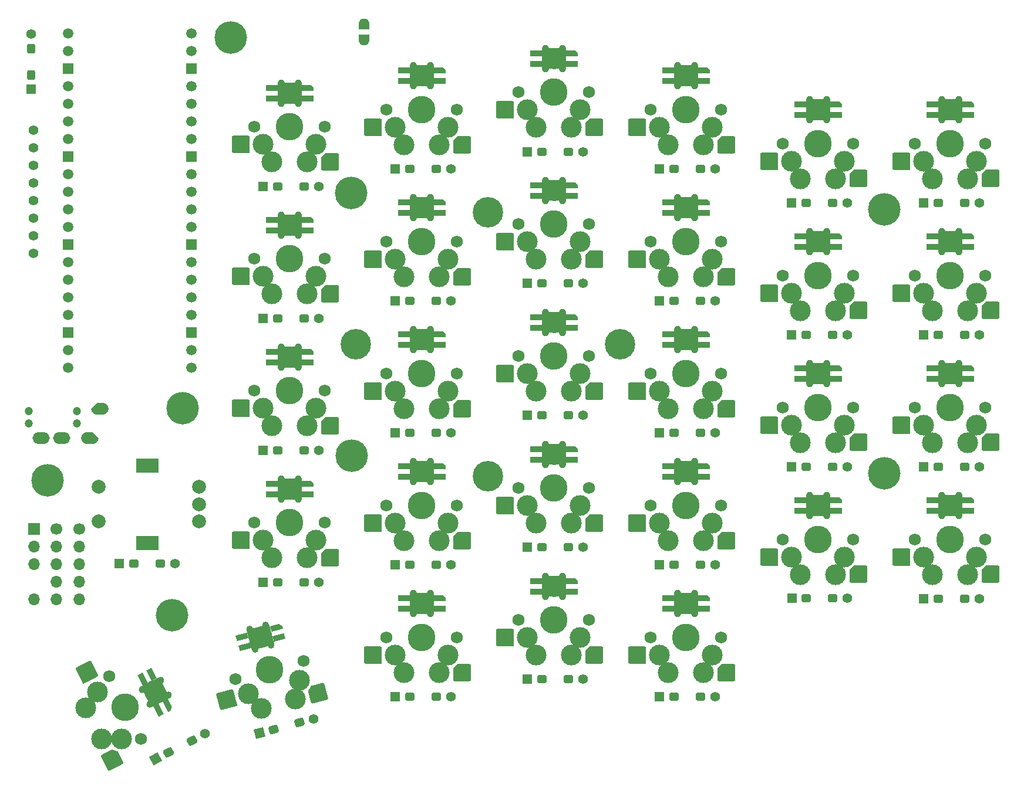
<source format=gts>
G04 #@! TF.GenerationSoftware,KiCad,Pcbnew,7.0.1*
G04 #@! TF.CreationDate,2023-11-14T22:56:58+01:00*
G04 #@! TF.ProjectId,Sofle_Pico,536f666c-655f-4506-9963-6f2e6b696361,rev?*
G04 #@! TF.SameCoordinates,Original*
G04 #@! TF.FileFunction,Soldermask,Top*
G04 #@! TF.FilePolarity,Negative*
%FSLAX46Y46*%
G04 Gerber Fmt 4.6, Leading zero omitted, Abs format (unit mm)*
G04 Created by KiCad (PCBNEW 7.0.1) date 2023-11-14 22:56:58*
%MOMM*%
%LPD*%
G01*
G04 APERTURE LIST*
G04 Aperture macros list*
%AMRoundRect*
0 Rectangle with rounded corners*
0 $1 Rounding radius*
0 $2 $3 $4 $5 $6 $7 $8 $9 X,Y pos of 4 corners*
0 Add a 4 corners polygon primitive as box body*
4,1,4,$2,$3,$4,$5,$6,$7,$8,$9,$2,$3,0*
0 Add four circle primitives for the rounded corners*
1,1,$1+$1,$2,$3*
1,1,$1+$1,$4,$5*
1,1,$1+$1,$6,$7*
1,1,$1+$1,$8,$9*
0 Add four rect primitives between the rounded corners*
20,1,$1+$1,$2,$3,$4,$5,0*
20,1,$1+$1,$4,$5,$6,$7,0*
20,1,$1+$1,$6,$7,$8,$9,0*
20,1,$1+$1,$8,$9,$2,$3,0*%
%AMHorizOval*
0 Thick line with rounded ends*
0 $1 width*
0 $2 $3 position (X,Y) of the first rounded end (center of the circle)*
0 $4 $5 position (X,Y) of the second rounded end (center of the circle)*
0 Add line between two ends*
20,1,$1,$2,$3,$4,$5,0*
0 Add two circle primitives to create the rounded ends*
1,1,$1,$2,$3*
1,1,$1,$4,$5*%
%AMRotRect*
0 Rectangle, with rotation*
0 The origin of the aperture is its center*
0 $1 length*
0 $2 width*
0 $3 Rotation angle, in degrees counterclockwise*
0 Add horizontal line*
21,1,$1,$2,0,0,$3*%
%AMOutline5P*
0 Free polygon, 5 corners , with rotation*
0 The origin of the aperture is its center*
0 number of corners: always 5*
0 $1 to $10 corner X, Y*
0 $11 Rotation angle, in degrees counterclockwise*
0 create outline with 5 corners*
4,1,5,$1,$2,$3,$4,$5,$6,$7,$8,$9,$10,$1,$2,$11*%
%AMOutline6P*
0 Free polygon, 6 corners , with rotation*
0 The origin of the aperture is its center*
0 number of corners: always 6*
0 $1 to $12 corner X, Y*
0 $13 Rotation angle, in degrees counterclockwise*
0 create outline with 6 corners*
4,1,6,$1,$2,$3,$4,$5,$6,$7,$8,$9,$10,$11,$12,$1,$2,$13*%
%AMOutline7P*
0 Free polygon, 7 corners , with rotation*
0 The origin of the aperture is its center*
0 number of corners: always 7*
0 $1 to $14 corner X, Y*
0 $15 Rotation angle, in degrees counterclockwise*
0 create outline with 7 corners*
4,1,7,$1,$2,$3,$4,$5,$6,$7,$8,$9,$10,$11,$12,$13,$14,$1,$2,$15*%
%AMOutline8P*
0 Free polygon, 8 corners , with rotation*
0 The origin of the aperture is its center*
0 number of corners: always 8*
0 $1 to $16 corner X, Y*
0 $17 Rotation angle, in degrees counterclockwise*
0 create outline with 8 corners*
4,1,8,$1,$2,$3,$4,$5,$6,$7,$8,$9,$10,$11,$12,$13,$14,$15,$16,$1,$2,$17*%
%AMFreePoly0*
4,1,28,-0.850000,0.400000,-0.842219,0.514750,-0.797860,0.693119,-0.716195,0.857783,-0.601041,1.001041,-0.457783,1.116195,-0.293119,1.197860,-0.114750,1.242219,0.000000,1.250000,0.850000,0.400000,0.850000,-0.400000,0.842219,-0.514750,0.797860,-0.693119,0.716195,-0.857783,0.601041,-1.001041,0.457783,-1.116195,0.293119,-1.197860,0.114750,-1.242219,0.000000,-1.250000,-0.114750,-1.242219,
-0.293119,-1.197860,-0.457783,-1.116195,-0.601041,-1.001041,-0.716195,-0.857783,-0.797860,-0.693119,-0.842219,-0.514750,-0.850000,-0.400000,-0.850000,0.400000,-0.850000,0.400000,$1*%
%AMFreePoly1*
4,1,28,-0.850000,0.400000,-0.842219,0.514750,-0.797860,0.693119,-0.716195,0.857783,-0.601041,1.001041,-0.457783,1.116195,-0.293119,1.197860,-0.114750,1.242219,0.000000,1.250000,0.114750,1.242219,0.293119,1.197860,0.457783,1.116195,0.601041,1.001041,0.716195,0.857783,0.797860,0.693119,0.842219,0.514750,0.850000,0.400000,0.850000,-0.400000,0.000000,-1.250000,-0.114750,-1.242219,
-0.293119,-1.197860,-0.457783,-1.116195,-0.601041,-1.001041,-0.716195,-0.857783,-0.797860,-0.693119,-0.842219,-0.514750,-0.850000,-0.400000,-0.850000,0.400000,-0.850000,0.400000,$1*%
%AMFreePoly2*
4,1,19,-0.800000,0.000000,-0.784505,0.151663,-0.729731,0.316964,-0.638312,0.465177,-0.515177,0.588312,-0.366964,0.679731,-0.201663,0.734505,-0.050000,0.750000,0.800000,0.750000,0.800000,-0.750000,-0.050000,-0.750000,-0.201663,-0.734505,-0.366964,-0.679731,-0.515177,-0.588312,-0.638312,-0.465177,-0.729731,-0.316964,-0.784505,-0.151663,-0.800000,0.000000,-0.800000,0.000000,-0.800000,0.000000,
$1*%
%AMFreePoly3*
4,1,18,-0.800000,0.750000,0.050000,0.750000,0.201663,0.734505,0.366964,0.679731,0.515177,0.588312,0.638312,0.465177,0.729731,0.316964,0.784505,0.151663,0.800000,0.000000,0.784505,-0.151663,0.729731,-0.316964,0.638312,-0.465177,0.515177,-0.588312,0.366964,-0.679731,0.201663,-0.734505,0.050000,-0.750000,-0.800000,-0.750000,-0.800000,0.750000,-0.800000,0.750000,$1*%
%AMFreePoly4*
4,1,18,-1.275000,0.630000,-0.645000,1.260000,1.023000,1.260000,1.119436,1.240818,1.201191,1.186191,1.255818,1.104436,1.275000,1.008000,1.275000,-1.008000,1.255818,-1.104436,1.201191,-1.186191,1.119436,-1.240818,1.023000,-1.260000,-1.023000,-1.260000,-1.119436,-1.240818,-1.201191,-1.186191,-1.255818,-1.104436,-1.275000,-1.008000,-1.275000,0.630000,-1.275000,0.630000,$1*%
%AMFreePoly5*
4,1,17,-1.275000,1.008000,-1.255818,1.104436,-1.201191,1.186191,-1.119436,1.240818,-1.023000,1.260000,1.023000,1.260000,1.119436,1.240818,1.201191,1.186191,1.255818,1.104436,1.275000,1.008000,1.275000,-1.260000,-1.023000,-1.260000,-1.119436,-1.240818,-1.201191,-1.186191,-1.255818,-1.104436,-1.275000,-1.008000,-1.275000,1.008000,-1.275000,1.008000,$1*%
G04 Aperture macros list end*
%ADD10C,1.200000*%
%ADD11FreePoly0,90.000000*%
%ADD12FreePoly1,90.000000*%
%ADD13O,2.500000X1.700000*%
%ADD14C,1.397000*%
%ADD15C,2.000000*%
%ADD16R,3.200000X2.000000*%
%ADD17C,4.700000*%
%ADD18R,1.700000X1.700000*%
%ADD19O,1.700000X1.700000*%
%ADD20FreePoly2,270.000000*%
%ADD21FreePoly3,270.000000*%
%ADD22C,1.700000*%
%ADD23C,4.400000*%
%ADD24C,1.500000*%
%ADD25R,1.500000X1.500000*%
%ADD26R,1.400000X1.400000*%
%ADD27RoundRect,0.300000X-0.400000X-0.300000X0.400000X-0.300000X0.400000X0.300000X-0.400000X0.300000X0*%
%ADD28C,1.400000*%
%ADD29RotRect,1.400000X1.400000X27.000000*%
%ADD30RoundRect,0.300000X-0.220205X-0.448898X0.492600X-0.085706X0.220205X0.448898X-0.492600X0.085706X0*%
%ADD31C,1.750000*%
%ADD32C,3.000000*%
%ADD33O,1.000000X4.000000*%
%ADD34C,3.987800*%
%ADD35O,3.400000X1.000000*%
%ADD36O,3.400000X3.000000*%
%ADD37R,1.700000X0.820000*%
%ADD38Outline5P,-0.850000X0.410000X0.850000X0.410000X0.850000X-0.410000X-0.440000X-0.410000X-0.850000X0.000000X180.000000*%
%ADD39FreePoly4,0.000000*%
%ADD40FreePoly5,0.000000*%
%ADD41HorizOval,1.000000X-1.336510X-0.680986X1.336510X0.680986X0*%
%ADD42HorizOval,1.000000X-0.544789X1.069208X0.544789X-1.069208X0*%
%ADD43HorizOval,3.000000X-0.090798X0.178201X0.090798X-0.178201X0*%
%ADD44RotRect,1.700000X0.820000X117.000000*%
%ADD45Outline5P,-0.850000X0.410000X0.850000X0.410000X0.850000X-0.410000X-0.440000X-0.410000X-0.850000X0.000000X117.000000*%
%ADD46FreePoly4,297.000000*%
%ADD47FreePoly5,297.000000*%
%ADD48HorizOval,1.000000X-0.388229X1.448889X0.388229X-1.448889X0*%
%ADD49HorizOval,1.000000X-1.159111X-0.310583X1.159111X0.310583X0*%
%ADD50HorizOval,3.000000X-0.193185X-0.051764X0.193185X0.051764X0*%
%ADD51RotRect,1.700000X0.820000X195.000000*%
%ADD52Outline5P,-0.850000X0.410000X0.850000X0.410000X0.850000X-0.410000X-0.440000X-0.410000X-0.850000X0.000000X195.000000*%
%ADD53FreePoly4,15.000000*%
%ADD54FreePoly5,15.000000*%
%ADD55RotRect,1.400000X1.400000X15.000000*%
%ADD56RoundRect,0.300000X-0.308725X-0.393305X0.464016X-0.186250X0.308725X0.393305X-0.464016X0.186250X0*%
%ADD57RoundRect,0.300000X0.300000X-0.400000X0.300000X0.400000X-0.300000X0.400000X-0.300000X-0.400000X0*%
G04 APERTURE END LIST*
D10*
X82890000Y-92820000D03*
X89890000Y-92820000D03*
X82890000Y-91070000D03*
X89890000Y-91070000D03*
D11*
X93190000Y-90720000D03*
D12*
X91690000Y-94920000D03*
D13*
X87690000Y-94920000D03*
X84690000Y-94920000D03*
D14*
X83637500Y-58090000D03*
X83637500Y-68250000D03*
X83637500Y-55550000D03*
X83637500Y-65710000D03*
X83637500Y-53010000D03*
X83637500Y-60630000D03*
X83637500Y-50470000D03*
X83637500Y-63170000D03*
D15*
X107500000Y-107000000D03*
X107500000Y-102000000D03*
X107500000Y-104500000D03*
D16*
X100000000Y-110100000D03*
X100000000Y-98900000D03*
D15*
X93000000Y-102000000D03*
X93000000Y-107000000D03*
D17*
X206290000Y-61910000D03*
X206275000Y-100025000D03*
X129440000Y-59510000D03*
X129530000Y-97460000D03*
D18*
X83670000Y-108080000D03*
D19*
X83670000Y-110620000D03*
X83670000Y-113160000D03*
X83670000Y-118240000D03*
D20*
X131250003Y-35133068D03*
D21*
X131250003Y-37473068D03*
D22*
X90240000Y-108070000D03*
D19*
X90240000Y-110610000D03*
X90240000Y-113150000D03*
X90240000Y-115690000D03*
X90240000Y-118230000D03*
D22*
X86920000Y-108070000D03*
D19*
X86920000Y-110610000D03*
X86920000Y-113150000D03*
X86920000Y-115690000D03*
X86920000Y-118230000D03*
D23*
X130075000Y-81370000D03*
X149125000Y-62320000D03*
X149125000Y-100420000D03*
X168175000Y-81370000D03*
D17*
X103590000Y-120530000D03*
X112010000Y-37117432D03*
X105140000Y-90590000D03*
D24*
X106372500Y-36524865D03*
X106372500Y-39064865D03*
D25*
X106372500Y-41604865D03*
D24*
X106372500Y-44144865D03*
X106372500Y-46684865D03*
X106372500Y-49224865D03*
X106372500Y-51764865D03*
D25*
X106372500Y-54304865D03*
D24*
X106372500Y-56844865D03*
X106372500Y-59384865D03*
X106372500Y-61924865D03*
X106372500Y-64464865D03*
D25*
X106372500Y-67004865D03*
D24*
X106372500Y-69544865D03*
X106372500Y-72084865D03*
X106372500Y-74624865D03*
X106372500Y-77164865D03*
D25*
X106372500Y-79704865D03*
D24*
X106372500Y-82244865D03*
X106372500Y-84784865D03*
X88592500Y-84784865D03*
X88592500Y-82244865D03*
D25*
X88592500Y-79704865D03*
D24*
X88592500Y-77164865D03*
X88592500Y-74624865D03*
X88592500Y-72084865D03*
X88592500Y-69544865D03*
D25*
X88592500Y-67004865D03*
D24*
X88592500Y-64464865D03*
X88592500Y-61924865D03*
X88592500Y-59384865D03*
X88592500Y-56844865D03*
D25*
X88592500Y-54304865D03*
D24*
X88592500Y-51764865D03*
X88592500Y-49224865D03*
X88592500Y-46684865D03*
X88592500Y-44144865D03*
D25*
X88592500Y-41604865D03*
D24*
X88592500Y-39064865D03*
X88592500Y-36524865D03*
D17*
X85649033Y-101000000D03*
D26*
X116730000Y-58575000D03*
D27*
X118830000Y-58575000D03*
X122630000Y-58575000D03*
D28*
X124730000Y-58575000D03*
D26*
X135780000Y-56075000D03*
D27*
X137880000Y-56075000D03*
X141680000Y-56075000D03*
D28*
X143780000Y-56075000D03*
D26*
X154830000Y-53610000D03*
D27*
X156930000Y-53610000D03*
X160730000Y-53610000D03*
D28*
X162830000Y-53610000D03*
D26*
X173880000Y-56075000D03*
D27*
X175980000Y-56075000D03*
X179780000Y-56075000D03*
D28*
X181880000Y-56075000D03*
D26*
X192930000Y-60975000D03*
D27*
X195030000Y-60975000D03*
X198830000Y-60975000D03*
D28*
X200930000Y-60975000D03*
D26*
X211980000Y-60975000D03*
D27*
X214080000Y-60975000D03*
X217880000Y-60975000D03*
D28*
X219980000Y-60975000D03*
D26*
X116730000Y-96675000D03*
D27*
X118830000Y-96675000D03*
X122630000Y-96675000D03*
D28*
X124730000Y-96675000D03*
D26*
X116730000Y-115725000D03*
D27*
X118830000Y-115725000D03*
X122630000Y-115725000D03*
D28*
X124730000Y-115725000D03*
D26*
X96000000Y-113040000D03*
D27*
X98100000Y-113040000D03*
X101900000Y-113040000D03*
D28*
X104000000Y-113040000D03*
D29*
X101193062Y-141278544D03*
D30*
X103064176Y-140325164D03*
X106450000Y-138600000D03*
D28*
X108321114Y-137646620D03*
D31*
X115470000Y-50000000D03*
X115470000Y-50000000D03*
D32*
X116740000Y-52540000D03*
X118010000Y-55080000D03*
D33*
X119359994Y-45130000D03*
D34*
X120550000Y-50000000D03*
X120550000Y-50000000D03*
D35*
X120559994Y-44130000D03*
D36*
X120559994Y-45130000D03*
D35*
X120559994Y-46130000D03*
D33*
X121759994Y-45130000D03*
D32*
X123090000Y-55080000D03*
X124360000Y-52540000D03*
D31*
X125630000Y-50000000D03*
X125630000Y-50000000D03*
D37*
X118009994Y-45880000D03*
X118009994Y-44380000D03*
D38*
X123109994Y-44380000D03*
D37*
X123109994Y-45880000D03*
D39*
X126392000Y-55070000D03*
D40*
X113465000Y-52550000D03*
D31*
X153570000Y-45000000D03*
X153570000Y-45000000D03*
D32*
X154840000Y-47540000D03*
X156110000Y-50080000D03*
D33*
X157459994Y-40130000D03*
D34*
X158650000Y-45000000D03*
X158650000Y-45000000D03*
D35*
X158659994Y-39130000D03*
D36*
X158659994Y-40130000D03*
D35*
X158659994Y-41130000D03*
D33*
X159859994Y-40130000D03*
D32*
X161190000Y-50080000D03*
X162460000Y-47540000D03*
D31*
X163730000Y-45000000D03*
X163730000Y-45000000D03*
D37*
X156109994Y-40880000D03*
X156109994Y-39380000D03*
D38*
X161209994Y-39380000D03*
D37*
X161209994Y-40880000D03*
D39*
X164492000Y-50070000D03*
D40*
X151565000Y-47550000D03*
D31*
X115470000Y-88100000D03*
X115470000Y-88100000D03*
D32*
X116740000Y-90640000D03*
X118010000Y-93180000D03*
D33*
X119359994Y-83230000D03*
D34*
X120550000Y-88100000D03*
X120550000Y-88100000D03*
D35*
X120559994Y-82230000D03*
D36*
X120559994Y-83230000D03*
D35*
X120559994Y-84230000D03*
D33*
X121759994Y-83230000D03*
D32*
X123090000Y-93180000D03*
X124360000Y-90640000D03*
D31*
X125630000Y-88100000D03*
X125630000Y-88100000D03*
D37*
X118009994Y-83980000D03*
X118009994Y-82480000D03*
D38*
X123109994Y-82480000D03*
D37*
X123109994Y-83980000D03*
D39*
X126392000Y-93170000D03*
D40*
X113465000Y-90650000D03*
D31*
X134520000Y-85600000D03*
X134520000Y-85600000D03*
D32*
X135790000Y-88140000D03*
X137060000Y-90680000D03*
D33*
X138409994Y-80730000D03*
D34*
X139600000Y-85600000D03*
X139600000Y-85600000D03*
D35*
X139609994Y-79730000D03*
D36*
X139609994Y-80730000D03*
D35*
X139609994Y-81730000D03*
D33*
X140809994Y-80730000D03*
D32*
X142140000Y-90680000D03*
X143410000Y-88140000D03*
D31*
X144680000Y-85600000D03*
X144680000Y-85600000D03*
D37*
X137059994Y-81480000D03*
X137059994Y-79980000D03*
D38*
X142159994Y-79980000D03*
D37*
X142159994Y-81480000D03*
D39*
X145442000Y-90670000D03*
D40*
X132515000Y-88150000D03*
D31*
X153570000Y-102150000D03*
X153570000Y-102150000D03*
D32*
X154840000Y-104690000D03*
X156110000Y-107230000D03*
D33*
X157459994Y-97280000D03*
D34*
X158650000Y-102150000D03*
X158650000Y-102150000D03*
D35*
X158659994Y-96280000D03*
D36*
X158659994Y-97280000D03*
D35*
X158659994Y-98280000D03*
D33*
X159859994Y-97280000D03*
D32*
X161190000Y-107230000D03*
X162460000Y-104690000D03*
D31*
X163730000Y-102150000D03*
X163730000Y-102150000D03*
D37*
X156109994Y-98030000D03*
X156109994Y-96530000D03*
D38*
X161209994Y-96530000D03*
D37*
X161209994Y-98030000D03*
D39*
X164492000Y-107220000D03*
D40*
X151565000Y-104700000D03*
D31*
X191670000Y-109550000D03*
X191670000Y-109550000D03*
D32*
X192940000Y-112090000D03*
X194210000Y-114630000D03*
D33*
X195559994Y-104680000D03*
D34*
X196750000Y-109550000D03*
X196750000Y-109550000D03*
D35*
X196759994Y-103680000D03*
D36*
X196759994Y-104680000D03*
D35*
X196759994Y-105680000D03*
D33*
X197959994Y-104680000D03*
D32*
X199290000Y-114630000D03*
X200560000Y-112090000D03*
D31*
X201830000Y-109550000D03*
X201830000Y-109550000D03*
D37*
X194209994Y-105430000D03*
X194209994Y-103930000D03*
D38*
X199309994Y-103930000D03*
D37*
X199309994Y-105430000D03*
D39*
X202592000Y-114620000D03*
D40*
X189665000Y-112100000D03*
D31*
X94489474Y-129314496D03*
X94489474Y-129314496D03*
D32*
X92802886Y-131599210D03*
X91116297Y-133883924D03*
D41*
X100594696Y-130569572D03*
D34*
X96795746Y-133840809D03*
X96795746Y-133840809D03*
D42*
X102030491Y-131184789D03*
D43*
X101139485Y-131638780D03*
D42*
X100248478Y-132092770D03*
D41*
X101684274Y-132707988D03*
D32*
X93422569Y-138410237D03*
X96262293Y-138388680D03*
D31*
X99102018Y-138367122D03*
X99102018Y-138367122D03*
D44*
X99313554Y-129707206D03*
X100650064Y-129026220D03*
D45*
X102965416Y-133570354D03*
D44*
X101628906Y-134251339D03*
D46*
X94930555Y-141347801D03*
D47*
X91307157Y-128685704D03*
D31*
X112693097Y-129714801D03*
X112693097Y-129714801D03*
D32*
X114577223Y-131839552D03*
X116461349Y-133964304D03*
D48*
X115190094Y-124003937D03*
D34*
X117600000Y-128400000D03*
X117600000Y-128400000D03*
D49*
X116090386Y-122727429D03*
D50*
X116349205Y-123693355D03*
D49*
X116608024Y-124659280D03*
D48*
X117508316Y-123382772D03*
D32*
X121368252Y-132649503D03*
X121937578Y-129867351D03*
D31*
X122506903Y-127085199D03*
X122506903Y-127085199D03*
D51*
X114080208Y-125077788D03*
X113691980Y-123628899D03*
D52*
X118618201Y-122308922D03*
D51*
X119006430Y-123757810D03*
D53*
X124555151Y-131785223D03*
D54*
X111416404Y-132696844D03*
D31*
X210720000Y-71450000D03*
X210720000Y-71450000D03*
D32*
X211990000Y-73990000D03*
X213260000Y-76530000D03*
D33*
X214609994Y-66580000D03*
D34*
X215800000Y-71450000D03*
X215800000Y-71450000D03*
D35*
X215809994Y-65580000D03*
D36*
X215809994Y-66580000D03*
D35*
X215809994Y-67580000D03*
D33*
X217009994Y-66580000D03*
D32*
X218340000Y-76530000D03*
X219610000Y-73990000D03*
D31*
X220880000Y-71450000D03*
X220880000Y-71450000D03*
D37*
X213259994Y-67330000D03*
X213259994Y-65830000D03*
D38*
X218359994Y-65830000D03*
D37*
X218359994Y-67330000D03*
D39*
X221642000Y-76520000D03*
D40*
X208715000Y-74000000D03*
D31*
X210720000Y-90500000D03*
X210720000Y-90500000D03*
D32*
X211990000Y-93040000D03*
X213260000Y-95580000D03*
D33*
X214609994Y-85630000D03*
D34*
X215800000Y-90500000D03*
X215800000Y-90500000D03*
D35*
X215809994Y-84630000D03*
D36*
X215809994Y-85630000D03*
D35*
X215809994Y-86630000D03*
D33*
X217009994Y-85630000D03*
D32*
X218340000Y-95580000D03*
X219610000Y-93040000D03*
D31*
X220880000Y-90500000D03*
X220880000Y-90500000D03*
D37*
X213259994Y-86380000D03*
X213259994Y-84880000D03*
D38*
X218359994Y-84880000D03*
D37*
X218359994Y-86380000D03*
D39*
X221642000Y-95570000D03*
D40*
X208715000Y-93050000D03*
D31*
X210720000Y-109550000D03*
X210720000Y-109550000D03*
D32*
X211990000Y-112090000D03*
X213260000Y-114630000D03*
D33*
X214609994Y-104680000D03*
D34*
X215800000Y-109550000D03*
X215800000Y-109550000D03*
D35*
X215809994Y-103680000D03*
D36*
X215809994Y-104680000D03*
D35*
X215809994Y-105680000D03*
D33*
X217009994Y-104680000D03*
D32*
X218340000Y-114630000D03*
X219610000Y-112090000D03*
D31*
X220880000Y-109550000D03*
X220880000Y-109550000D03*
D37*
X213259994Y-105430000D03*
X213259994Y-103930000D03*
D38*
X218359994Y-103930000D03*
D37*
X218359994Y-105430000D03*
D39*
X221642000Y-114620000D03*
D40*
X208715000Y-112100000D03*
D31*
X172620000Y-47500000D03*
X172620000Y-47500000D03*
D32*
X173890000Y-50040000D03*
X175160000Y-52580000D03*
D33*
X176509994Y-42630000D03*
D34*
X177700000Y-47500000D03*
X177700000Y-47500000D03*
D35*
X177709994Y-41630000D03*
D36*
X177709994Y-42630000D03*
D35*
X177709994Y-43630000D03*
D33*
X178909994Y-42630000D03*
D32*
X180240000Y-52580000D03*
X181510000Y-50040000D03*
D31*
X182780000Y-47500000D03*
X182780000Y-47500000D03*
D37*
X175159994Y-43380000D03*
X175159994Y-41880000D03*
D38*
X180259994Y-41880000D03*
D37*
X180259994Y-43380000D03*
D39*
X183542000Y-52570000D03*
D40*
X170615000Y-50050000D03*
D26*
X116730000Y-77675000D03*
D27*
X118830000Y-77675000D03*
X122630000Y-77675000D03*
D28*
X124730000Y-77675000D03*
D26*
X135780000Y-75125000D03*
D27*
X137880000Y-75125000D03*
X141680000Y-75125000D03*
D28*
X143780000Y-75125000D03*
D26*
X154830000Y-72625000D03*
D27*
X156930000Y-72625000D03*
X160730000Y-72625000D03*
D28*
X162830000Y-72625000D03*
D26*
X173880000Y-75125000D03*
D27*
X175980000Y-75125000D03*
X179780000Y-75125000D03*
D28*
X181880000Y-75125000D03*
D26*
X192930000Y-80025000D03*
D27*
X195030000Y-80025000D03*
X198830000Y-80025000D03*
D28*
X200930000Y-80025000D03*
D26*
X211980000Y-80025000D03*
D27*
X214080000Y-80025000D03*
X217880000Y-80025000D03*
D28*
X219980000Y-80025000D03*
D31*
X191670000Y-52400000D03*
X191670000Y-52400000D03*
D32*
X192940000Y-54940000D03*
X194210000Y-57480000D03*
D33*
X195559994Y-47530000D03*
D34*
X196750000Y-52400000D03*
X196750000Y-52400000D03*
D35*
X196759994Y-46530000D03*
D36*
X196759994Y-47530000D03*
D35*
X196759994Y-48530000D03*
D33*
X197959994Y-47530000D03*
D32*
X199290000Y-57480000D03*
X200560000Y-54940000D03*
D31*
X201830000Y-52400000D03*
X201830000Y-52400000D03*
D37*
X194209994Y-48280000D03*
X194209994Y-46780000D03*
D38*
X199309994Y-46780000D03*
D37*
X199309994Y-48280000D03*
D39*
X202592000Y-57470000D03*
D40*
X189665000Y-54950000D03*
D31*
X134520000Y-66550000D03*
X134520000Y-66550000D03*
D32*
X135790000Y-69090000D03*
X137060000Y-71630000D03*
D33*
X138409994Y-61680000D03*
D34*
X139600000Y-66550000D03*
X139600000Y-66550000D03*
D35*
X139609994Y-60680000D03*
D36*
X139609994Y-61680000D03*
D35*
X139609994Y-62680000D03*
D33*
X140809994Y-61680000D03*
D32*
X142140000Y-71630000D03*
X143410000Y-69090000D03*
D31*
X144680000Y-66550000D03*
X144680000Y-66550000D03*
D37*
X137059994Y-62430000D03*
X137059994Y-60930000D03*
D38*
X142159994Y-60930000D03*
D37*
X142159994Y-62430000D03*
D39*
X145442000Y-71620000D03*
D40*
X132515000Y-69100000D03*
D31*
X172620000Y-66550000D03*
X172620000Y-66550000D03*
D32*
X173890000Y-69090000D03*
X175160000Y-71630000D03*
D33*
X176509994Y-61680000D03*
D34*
X177700000Y-66550000D03*
X177700000Y-66550000D03*
D35*
X177709994Y-60680000D03*
D36*
X177709994Y-61680000D03*
D35*
X177709994Y-62680000D03*
D33*
X178909994Y-61680000D03*
D32*
X180240000Y-71630000D03*
X181510000Y-69090000D03*
D31*
X182780000Y-66550000D03*
X182780000Y-66550000D03*
D37*
X175159994Y-62430000D03*
X175159994Y-60930000D03*
D38*
X180259994Y-60930000D03*
D37*
X180259994Y-62430000D03*
D39*
X183542000Y-71620000D03*
D40*
X170615000Y-69100000D03*
D31*
X153570000Y-64050000D03*
X153570000Y-64050000D03*
D32*
X154840000Y-66590000D03*
X156110000Y-69130000D03*
D33*
X157459994Y-59180000D03*
D34*
X158650000Y-64050000D03*
X158650000Y-64050000D03*
D35*
X158659994Y-58180000D03*
D36*
X158659994Y-59180000D03*
D35*
X158659994Y-60180000D03*
D33*
X159859994Y-59180000D03*
D32*
X161190000Y-69130000D03*
X162460000Y-66590000D03*
D31*
X163730000Y-64050000D03*
X163730000Y-64050000D03*
D37*
X156109994Y-59930000D03*
X156109994Y-58430000D03*
D38*
X161209994Y-58430000D03*
D37*
X161209994Y-59930000D03*
D39*
X164492000Y-69120000D03*
D40*
X151565000Y-66600000D03*
D31*
X172620000Y-85600000D03*
X172620000Y-85600000D03*
D32*
X173890000Y-88140000D03*
X175160000Y-90680000D03*
D33*
X176509994Y-80730000D03*
D34*
X177700000Y-85600000D03*
X177700000Y-85600000D03*
D35*
X177709994Y-79730000D03*
D36*
X177709994Y-80730000D03*
D35*
X177709994Y-81730000D03*
D33*
X178909994Y-80730000D03*
D32*
X180240000Y-90680000D03*
X181510000Y-88140000D03*
D31*
X182780000Y-85600000D03*
X182780000Y-85600000D03*
D37*
X175159994Y-81480000D03*
X175159994Y-79980000D03*
D38*
X180259994Y-79980000D03*
D37*
X180259994Y-81480000D03*
D39*
X183542000Y-90670000D03*
D40*
X170615000Y-88150000D03*
D31*
X210720000Y-52400000D03*
X210720000Y-52400000D03*
D32*
X211990000Y-54940000D03*
X213260000Y-57480000D03*
D33*
X214609994Y-47530000D03*
D34*
X215800000Y-52400000D03*
X215800000Y-52400000D03*
D35*
X215809994Y-46530000D03*
D36*
X215809994Y-47530000D03*
D35*
X215809994Y-48530000D03*
D33*
X217009994Y-47530000D03*
D32*
X218340000Y-57480000D03*
X219610000Y-54940000D03*
D31*
X220880000Y-52400000D03*
X220880000Y-52400000D03*
D37*
X213259994Y-48280000D03*
X213259994Y-46780000D03*
D38*
X218359994Y-46780000D03*
D37*
X218359994Y-48280000D03*
D39*
X221642000Y-57470000D03*
D40*
X208715000Y-54950000D03*
D31*
X115470000Y-69050000D03*
X115470000Y-69050000D03*
D32*
X116740000Y-71590000D03*
X118010000Y-74130000D03*
D33*
X119359994Y-64180000D03*
D34*
X120550000Y-69050000D03*
X120550000Y-69050000D03*
D35*
X120559994Y-63180000D03*
D36*
X120559994Y-64180000D03*
D35*
X120559994Y-65180000D03*
D33*
X121759994Y-64180000D03*
D32*
X123090000Y-74130000D03*
X124360000Y-71590000D03*
D31*
X125630000Y-69050000D03*
X125630000Y-69050000D03*
D37*
X118009994Y-64930000D03*
X118009994Y-63430000D03*
D38*
X123109994Y-63430000D03*
D37*
X123109994Y-64930000D03*
D39*
X126392000Y-74120000D03*
D40*
X113465000Y-71600000D03*
D31*
X172620000Y-123700000D03*
X172620000Y-123700000D03*
D32*
X173890000Y-126240000D03*
X175160000Y-128780000D03*
D33*
X176509994Y-118830000D03*
D34*
X177700000Y-123700000D03*
X177700000Y-123700000D03*
D35*
X177709994Y-117830000D03*
D36*
X177709994Y-118830000D03*
D35*
X177709994Y-119830000D03*
D33*
X178909994Y-118830000D03*
D32*
X180240000Y-128780000D03*
X181510000Y-126240000D03*
D31*
X182780000Y-123700000D03*
X182780000Y-123700000D03*
D37*
X175159994Y-119580000D03*
X175159994Y-118080000D03*
D38*
X180259994Y-118080000D03*
D37*
X180259994Y-119580000D03*
D39*
X183542000Y-128770000D03*
D40*
X170615000Y-126250000D03*
D31*
X191670000Y-71450000D03*
X191670000Y-71450000D03*
D32*
X192940000Y-73990000D03*
X194210000Y-76530000D03*
D33*
X195559994Y-66580000D03*
D34*
X196750000Y-71450000D03*
X196750000Y-71450000D03*
D35*
X196759994Y-65580000D03*
D36*
X196759994Y-66580000D03*
D35*
X196759994Y-67580000D03*
D33*
X197959994Y-66580000D03*
D32*
X199290000Y-76530000D03*
X200560000Y-73990000D03*
D31*
X201830000Y-71450000D03*
X201830000Y-71450000D03*
D37*
X194209994Y-67330000D03*
X194209994Y-65830000D03*
D38*
X199309994Y-65830000D03*
D37*
X199309994Y-67330000D03*
D39*
X202592000Y-76520000D03*
D40*
X189665000Y-74000000D03*
D31*
X172620000Y-104650000D03*
X172620000Y-104650000D03*
D32*
X173890000Y-107190000D03*
X175160000Y-109730000D03*
D33*
X176509994Y-99780000D03*
D34*
X177700000Y-104650000D03*
X177700000Y-104650000D03*
D35*
X177709994Y-98780000D03*
D36*
X177709994Y-99780000D03*
D35*
X177709994Y-100780000D03*
D33*
X178909994Y-99780000D03*
D32*
X180240000Y-109730000D03*
X181510000Y-107190000D03*
D31*
X182780000Y-104650000D03*
X182780000Y-104650000D03*
D37*
X175159994Y-100530000D03*
X175159994Y-99030000D03*
D38*
X180259994Y-99030000D03*
D37*
X180259994Y-100530000D03*
D39*
X183542000Y-109720000D03*
D40*
X170615000Y-107200000D03*
D31*
X191670000Y-90500000D03*
X191670000Y-90500000D03*
D32*
X192940000Y-93040000D03*
X194210000Y-95580000D03*
D33*
X195559994Y-85630000D03*
D34*
X196750000Y-90500000D03*
X196750000Y-90500000D03*
D35*
X196759994Y-84630000D03*
D36*
X196759994Y-85630000D03*
D35*
X196759994Y-86630000D03*
D33*
X197959994Y-85630000D03*
D32*
X199290000Y-95580000D03*
X200560000Y-93040000D03*
D31*
X201830000Y-90500000D03*
X201830000Y-90500000D03*
D37*
X194209994Y-86380000D03*
X194209994Y-84880000D03*
D38*
X199309994Y-84880000D03*
D37*
X199309994Y-86380000D03*
D39*
X202592000Y-95570000D03*
D40*
X189665000Y-93050000D03*
D31*
X153570000Y-121200000D03*
X153570000Y-121200000D03*
D32*
X154840000Y-123740000D03*
X156110000Y-126280000D03*
D33*
X157459994Y-116330000D03*
D34*
X158650000Y-121200000D03*
X158650000Y-121200000D03*
D35*
X158659994Y-115330000D03*
D36*
X158659994Y-116330000D03*
D35*
X158659994Y-117330000D03*
D33*
X159859994Y-116330000D03*
D32*
X161190000Y-126280000D03*
X162460000Y-123740000D03*
D31*
X163730000Y-121200000D03*
X163730000Y-121200000D03*
D37*
X156109994Y-117080000D03*
X156109994Y-115580000D03*
D38*
X161209994Y-115580000D03*
D37*
X161209994Y-117080000D03*
D39*
X164492000Y-126270000D03*
D40*
X151565000Y-123750000D03*
D31*
X153570000Y-83100000D03*
X153570000Y-83100000D03*
D32*
X154840000Y-85640000D03*
X156110000Y-88180000D03*
D33*
X157459994Y-78230000D03*
D34*
X158650000Y-83100000D03*
X158650000Y-83100000D03*
D35*
X158659994Y-77230000D03*
D36*
X158659994Y-78230000D03*
D35*
X158659994Y-79230000D03*
D33*
X159859994Y-78230000D03*
D32*
X161190000Y-88180000D03*
X162460000Y-85640000D03*
D31*
X163730000Y-83100000D03*
X163730000Y-83100000D03*
D37*
X156109994Y-78980000D03*
X156109994Y-77480000D03*
D38*
X161209994Y-77480000D03*
D37*
X161209994Y-78980000D03*
D39*
X164492000Y-88170000D03*
D40*
X151565000Y-85650000D03*
D31*
X134520000Y-47500000D03*
X134520000Y-47500000D03*
D32*
X135790000Y-50040000D03*
X137060000Y-52580000D03*
D33*
X138409994Y-42630000D03*
D34*
X139600000Y-47500000D03*
X139600000Y-47500000D03*
D35*
X139609994Y-41630000D03*
D36*
X139609994Y-42630000D03*
D35*
X139609994Y-43630000D03*
D33*
X140809994Y-42630000D03*
D32*
X142140000Y-52580000D03*
X143410000Y-50040000D03*
D31*
X144680000Y-47500000D03*
X144680000Y-47500000D03*
D37*
X137059994Y-43380000D03*
X137059994Y-41880000D03*
D38*
X142159994Y-41880000D03*
D37*
X142159994Y-43380000D03*
D39*
X145442000Y-52570000D03*
D40*
X132515000Y-50050000D03*
D55*
X116221038Y-137567032D03*
D56*
X118249482Y-137023512D03*
X121920000Y-136040000D03*
D28*
X123948444Y-135496480D03*
D31*
X134520000Y-104650000D03*
X134520000Y-104650000D03*
D32*
X135790000Y-107190000D03*
X137060000Y-109730000D03*
D33*
X138409994Y-99780000D03*
D34*
X139600000Y-104650000D03*
X139600000Y-104650000D03*
D35*
X139609994Y-98780000D03*
D36*
X139609994Y-99780000D03*
D35*
X139609994Y-100780000D03*
D33*
X140809994Y-99780000D03*
D32*
X142140000Y-109730000D03*
X143410000Y-107190000D03*
D31*
X144680000Y-104650000D03*
X144680000Y-104650000D03*
D37*
X137059994Y-100530000D03*
X137059994Y-99030000D03*
D38*
X142159994Y-99030000D03*
D37*
X142159994Y-100530000D03*
D39*
X145442000Y-109720000D03*
D40*
X132515000Y-107200000D03*
D26*
X154830000Y-91675000D03*
D27*
X156930000Y-91675000D03*
X160730000Y-91675000D03*
D28*
X162830000Y-91675000D03*
D26*
X192930000Y-99075000D03*
D27*
X195030000Y-99075000D03*
X198830000Y-99075000D03*
D28*
X200930000Y-99075000D03*
D26*
X211980000Y-99075000D03*
D27*
X214080000Y-99075000D03*
X217880000Y-99075000D03*
D28*
X219980000Y-99075000D03*
D26*
X135780000Y-132275000D03*
D27*
X137880000Y-132275000D03*
X141680000Y-132275000D03*
D28*
X143780000Y-132275000D03*
D26*
X154830000Y-129775000D03*
D27*
X156930000Y-129775000D03*
X160730000Y-129775000D03*
D28*
X162830000Y-129775000D03*
D26*
X211980000Y-118125000D03*
D27*
X214080000Y-118125000D03*
X217880000Y-118125000D03*
D28*
X219980000Y-118125000D03*
D26*
X135780000Y-113225000D03*
D27*
X137880000Y-113225000D03*
X141680000Y-113225000D03*
D28*
X143780000Y-113225000D03*
D26*
X154830000Y-110725000D03*
D27*
X156930000Y-110725000D03*
X160730000Y-110725000D03*
D28*
X162830000Y-110725000D03*
D26*
X173880000Y-113225000D03*
D27*
X175980000Y-113225000D03*
X179780000Y-113225000D03*
D28*
X181880000Y-113225000D03*
D26*
X192962500Y-118010000D03*
D27*
X195062500Y-118010000D03*
X198862500Y-118010000D03*
D28*
X200962500Y-118010000D03*
D26*
X135780000Y-94175000D03*
D27*
X137880000Y-94175000D03*
X141680000Y-94175000D03*
D28*
X143780000Y-94175000D03*
D26*
X173880000Y-132275000D03*
D27*
X175980000Y-132275000D03*
X179780000Y-132275000D03*
D28*
X181880000Y-132275000D03*
D31*
X134520000Y-123700000D03*
X134520000Y-123700000D03*
D32*
X135790000Y-126240000D03*
X137060000Y-128780000D03*
D33*
X138409994Y-118830000D03*
D34*
X139600000Y-123700000D03*
X139600000Y-123700000D03*
D35*
X139609994Y-117830000D03*
D36*
X139609994Y-118830000D03*
D35*
X139609994Y-119830000D03*
D33*
X140809994Y-118830000D03*
D32*
X142140000Y-128780000D03*
X143410000Y-126240000D03*
D31*
X144680000Y-123700000D03*
X144680000Y-123700000D03*
D37*
X137059994Y-119580000D03*
X137059994Y-118080000D03*
D38*
X142159994Y-118080000D03*
D37*
X142159994Y-119580000D03*
D39*
X145442000Y-128770000D03*
D40*
X132515000Y-126250000D03*
D26*
X83301250Y-44597500D03*
D57*
X83301250Y-42497500D03*
X83301250Y-38697500D03*
D28*
X83301250Y-36597500D03*
D26*
X173880000Y-94175000D03*
D27*
X175980000Y-94175000D03*
X179780000Y-94175000D03*
D28*
X181880000Y-94175000D03*
D31*
X115470000Y-107150000D03*
X115470000Y-107150000D03*
D32*
X116740000Y-109690000D03*
X118010000Y-112230000D03*
D33*
X119359994Y-102280000D03*
D34*
X120550000Y-107150000D03*
X120550000Y-107150000D03*
D35*
X120559994Y-101280000D03*
D36*
X120559994Y-102280000D03*
D35*
X120559994Y-103280000D03*
D33*
X121759994Y-102280000D03*
D32*
X123090000Y-112230000D03*
X124360000Y-109690000D03*
D31*
X125630000Y-107150000D03*
X125630000Y-107150000D03*
D37*
X118009994Y-103030000D03*
X118009994Y-101530000D03*
D38*
X123109994Y-101530000D03*
D37*
X123109994Y-103030000D03*
D39*
X126392000Y-112220000D03*
D40*
X113465000Y-109700000D03*
M02*

</source>
